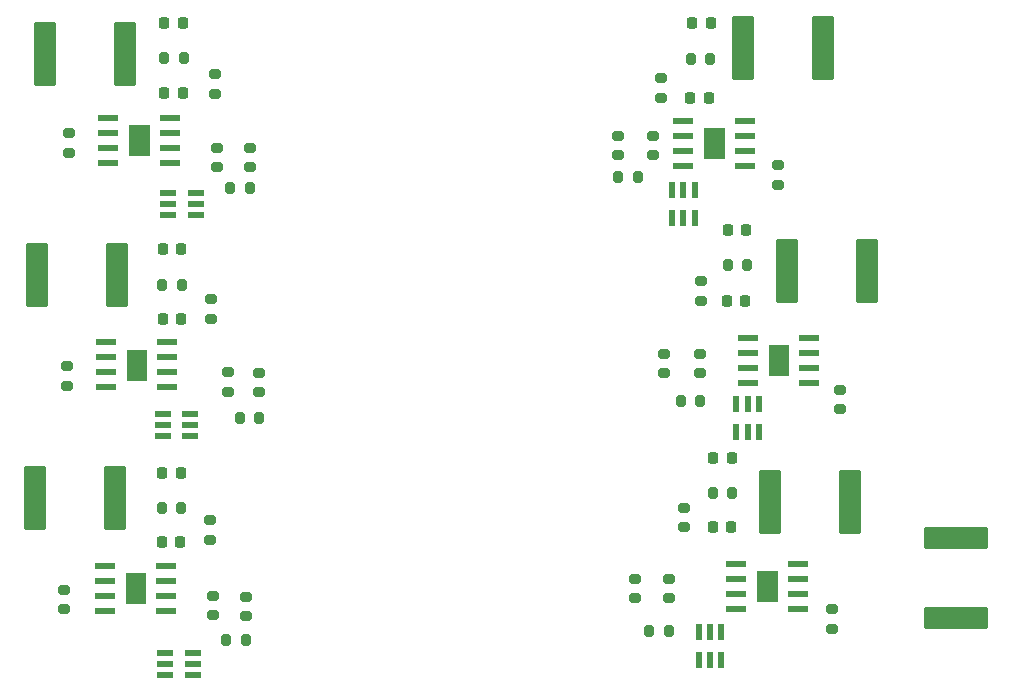
<source format=gbr>
%TF.GenerationSoftware,KiCad,Pcbnew,7.0.1-0*%
%TF.CreationDate,2023-10-23T10:38:47-07:00*%
%TF.ProjectId,MOSFET-board,4d4f5346-4554-42d6-926f-6172642e6b69,rev?*%
%TF.SameCoordinates,Original*%
%TF.FileFunction,Paste,Top*%
%TF.FilePolarity,Positive*%
%FSLAX46Y46*%
G04 Gerber Fmt 4.6, Leading zero omitted, Abs format (unit mm)*
G04 Created by KiCad (PCBNEW 7.0.1-0) date 2023-10-23 10:38:47*
%MOMM*%
%LPD*%
G01*
G04 APERTURE LIST*
G04 Aperture macros list*
%AMRoundRect*
0 Rectangle with rounded corners*
0 $1 Rounding radius*
0 $2 $3 $4 $5 $6 $7 $8 $9 X,Y pos of 4 corners*
0 Add a 4 corners polygon primitive as box body*
4,1,4,$2,$3,$4,$5,$6,$7,$8,$9,$2,$3,0*
0 Add four circle primitives for the rounded corners*
1,1,$1+$1,$2,$3*
1,1,$1+$1,$4,$5*
1,1,$1+$1,$6,$7*
1,1,$1+$1,$8,$9*
0 Add four rect primitives between the rounded corners*
20,1,$1+$1,$2,$3,$4,$5,0*
20,1,$1+$1,$4,$5,$6,$7,0*
20,1,$1+$1,$6,$7,$8,$9,0*
20,1,$1+$1,$8,$9,$2,$3,0*%
G04 Aperture macros list end*
%ADD10C,0.010000*%
%ADD11RoundRect,0.250000X-0.712500X-2.475000X0.712500X-2.475000X0.712500X2.475000X-0.712500X2.475000X0*%
%ADD12RoundRect,0.200000X-0.200000X-0.275000X0.200000X-0.275000X0.200000X0.275000X-0.200000X0.275000X0*%
%ADD13RoundRect,0.200000X0.275000X-0.200000X0.275000X0.200000X-0.275000X0.200000X-0.275000X-0.200000X0*%
%ADD14RoundRect,0.039900X0.800100X0.245100X-0.800100X0.245100X-0.800100X-0.245100X0.800100X-0.245100X0*%
%ADD15RoundRect,0.200000X-0.275000X0.200000X-0.275000X-0.200000X0.275000X-0.200000X0.275000X0.200000X0*%
%ADD16RoundRect,0.218750X-0.218750X-0.256250X0.218750X-0.256250X0.218750X0.256250X-0.218750X0.256250X0*%
%ADD17RoundRect,0.250000X2.475000X-0.712500X2.475000X0.712500X-2.475000X0.712500X-2.475000X-0.712500X0*%
%ADD18RoundRect,0.088500X-0.206500X0.606500X-0.206500X-0.606500X0.206500X-0.606500X0.206500X0.606500X0*%
%ADD19RoundRect,0.200000X0.200000X0.275000X-0.200000X0.275000X-0.200000X-0.275000X0.200000X-0.275000X0*%
%ADD20RoundRect,0.039900X-0.800100X-0.245100X0.800100X-0.245100X0.800100X0.245100X-0.800100X0.245100X0*%
%ADD21RoundRect,0.218750X0.218750X0.256250X-0.218750X0.256250X-0.218750X-0.256250X0.218750X-0.256250X0*%
%ADD22RoundRect,0.088500X-0.606500X-0.206500X0.606500X-0.206500X0.606500X0.206500X-0.606500X0.206500X0*%
%ADD23RoundRect,0.250000X0.712500X2.475000X-0.712500X2.475000X-0.712500X-2.475000X0.712500X-2.475000X0*%
G04 APERTURE END LIST*
%TO.C,U6*%
D10*
X190631000Y-131290000D02*
X188955000Y-131290000D01*
X188955000Y-128760000D01*
X190631000Y-128760000D01*
X190631000Y-131290000D01*
G36*
X190631000Y-131290000D02*
G01*
X188955000Y-131290000D01*
X188955000Y-128760000D01*
X190631000Y-128760000D01*
X190631000Y-131290000D01*
G37*
%TO.C,U1*%
X137155500Y-131460000D02*
X135479500Y-131460000D01*
X135479500Y-128930000D01*
X137155500Y-128930000D01*
X137155500Y-131460000D01*
G36*
X137155500Y-131460000D02*
G01*
X135479500Y-131460000D01*
X135479500Y-128930000D01*
X137155500Y-128930000D01*
X137155500Y-131460000D01*
G37*
%TO.C,U4*%
X191603000Y-112165000D02*
X189927000Y-112165000D01*
X189927000Y-109635000D01*
X191603000Y-109635000D01*
X191603000Y-112165000D01*
G36*
X191603000Y-112165000D02*
G01*
X189927000Y-112165000D01*
X189927000Y-109635000D01*
X191603000Y-109635000D01*
X191603000Y-112165000D01*
G37*
%TO.C,U2*%
X186153000Y-93795000D02*
X184477000Y-93795000D01*
X184477000Y-91265000D01*
X186153000Y-91265000D01*
X186153000Y-93795000D01*
G36*
X186153000Y-93795000D02*
G01*
X184477000Y-93795000D01*
X184477000Y-91265000D01*
X186153000Y-91265000D01*
X186153000Y-93795000D01*
G37*
%TO.C,U3*%
X137248000Y-112565000D02*
X135572000Y-112565000D01*
X135572000Y-110035000D01*
X137248000Y-110035000D01*
X137248000Y-112565000D01*
G36*
X137248000Y-112565000D02*
G01*
X135572000Y-112565000D01*
X135572000Y-110035000D01*
X137248000Y-110035000D01*
X137248000Y-112565000D01*
G37*
%TO.C,U5*%
X137463000Y-93540000D02*
X135787000Y-93540000D01*
X135787000Y-91010000D01*
X137463000Y-91010000D01*
X137463000Y-93540000D01*
G36*
X137463000Y-93540000D02*
G01*
X135787000Y-93540000D01*
X135787000Y-91010000D01*
X137463000Y-91010000D01*
X137463000Y-93540000D01*
G37*
%TD*%
D11*
%TO.C,F7*%
X190062500Y-122875000D03*
X196837500Y-122875000D03*
%TD*%
D12*
%TO.C,R85*%
X144340000Y-96350000D03*
X145990000Y-96350000D03*
%TD*%
D13*
%TO.C,R100*%
X184125000Y-112025000D03*
X184125000Y-110375000D03*
%TD*%
D14*
%TO.C,U6*%
X192408000Y-131930000D03*
X192408000Y-130660000D03*
X192408000Y-129390000D03*
X192408000Y-128120000D03*
X187178000Y-128120000D03*
X187178000Y-129390000D03*
X187178000Y-130660000D03*
X187178000Y-131930000D03*
%TD*%
D15*
%TO.C,R104*%
X130500000Y-111425000D03*
X130500000Y-113075000D03*
%TD*%
%TO.C,R110*%
X195950000Y-113400000D03*
X195950000Y-115050000D03*
%TD*%
%TO.C,R33*%
X180800000Y-87025000D03*
X180800000Y-88675000D03*
%TD*%
D12*
%TO.C,R22*%
X185200000Y-122125000D03*
X186850000Y-122125000D03*
%TD*%
D13*
%TO.C,R75*%
X146040000Y-94550000D03*
X146040000Y-92900000D03*
%TD*%
D16*
%TO.C,D49*%
X183442500Y-82350000D03*
X185017500Y-82350000D03*
%TD*%
%TO.C,D50*%
X186462500Y-99875000D03*
X188037500Y-99875000D03*
%TD*%
D13*
%TO.C,R95*%
X143190000Y-94575000D03*
X143190000Y-92925000D03*
%TD*%
D11*
%TO.C,F10*%
X187737500Y-84500000D03*
X194512500Y-84500000D03*
%TD*%
D17*
%TO.C,F1*%
X205775000Y-132687500D03*
X205775000Y-125912500D03*
%TD*%
D18*
%TO.C,U27*%
X185900000Y-133930000D03*
X184950000Y-133930000D03*
X184000000Y-133930000D03*
X184000000Y-136260000D03*
X184950000Y-136260000D03*
X185900000Y-136260000D03*
%TD*%
D15*
%TO.C,R105*%
X130690000Y-91700000D03*
X130690000Y-93350000D03*
%TD*%
D13*
%TO.C,R94*%
X144150000Y-113575000D03*
X144150000Y-111925000D03*
%TD*%
D19*
%TO.C,R90*%
X184125000Y-114375000D03*
X182475000Y-114375000D03*
%TD*%
D20*
%TO.C,U1*%
X133702500Y-128290000D03*
X133702500Y-129560000D03*
X133702500Y-130830000D03*
X133702500Y-132100000D03*
X138932500Y-132100000D03*
X138932500Y-130830000D03*
X138932500Y-129560000D03*
X138932500Y-128290000D03*
%TD*%
D14*
%TO.C,U4*%
X193380000Y-112805000D03*
X193380000Y-111535000D03*
X193380000Y-110265000D03*
X193380000Y-108995000D03*
X188150000Y-108995000D03*
X188150000Y-110265000D03*
X188150000Y-111535000D03*
X188150000Y-112805000D03*
%TD*%
D12*
%TO.C,R34*%
X183350000Y-85375000D03*
X185000000Y-85375000D03*
%TD*%
D21*
%TO.C,D44*%
X140212500Y-101525000D03*
X138637500Y-101525000D03*
%TD*%
D22*
%TO.C,U26*%
X139100000Y-96740000D03*
X139100000Y-97690000D03*
X139100000Y-98640000D03*
X141430000Y-98640000D03*
X141430000Y-97690000D03*
X141430000Y-96740000D03*
%TD*%
D18*
%TO.C,U30*%
X183650000Y-96490000D03*
X182700000Y-96490000D03*
X181750000Y-96490000D03*
X181750000Y-98820000D03*
X182700000Y-98820000D03*
X183650000Y-98820000D03*
%TD*%
D12*
%TO.C,R84*%
X145125000Y-115775000D03*
X146775000Y-115775000D03*
%TD*%
D15*
%TO.C,R13*%
X142714750Y-105757250D03*
X142714750Y-107407250D03*
%TD*%
D13*
%TO.C,R99*%
X180150000Y-93550000D03*
X180150000Y-91900000D03*
%TD*%
D15*
%TO.C,R21*%
X182775000Y-123400000D03*
X182775000Y-125050000D03*
%TD*%
D19*
%TO.C,R10*%
X140175000Y-123375000D03*
X138525000Y-123375000D03*
%TD*%
D21*
%TO.C,D33*%
X184837500Y-88675000D03*
X183262500Y-88675000D03*
%TD*%
D13*
%TO.C,R80*%
X181025000Y-112025000D03*
X181025000Y-110375000D03*
%TD*%
D14*
%TO.C,U2*%
X187930000Y-94435000D03*
X187930000Y-93165000D03*
X187930000Y-91895000D03*
X187930000Y-90625000D03*
X182700000Y-90625000D03*
X182700000Y-91895000D03*
X182700000Y-93165000D03*
X182700000Y-94435000D03*
%TD*%
D22*
%TO.C,U24*%
X138840000Y-135650000D03*
X138840000Y-136600000D03*
X138840000Y-137550000D03*
X141170000Y-137550000D03*
X141170000Y-136600000D03*
X141170000Y-135650000D03*
%TD*%
D18*
%TO.C,U31*%
X189100000Y-114622500D03*
X188150000Y-114622500D03*
X187200000Y-114622500D03*
X187200000Y-116952500D03*
X188150000Y-116952500D03*
X189100000Y-116952500D03*
%TD*%
D19*
%TO.C,R14*%
X140225000Y-104500000D03*
X138575000Y-104500000D03*
%TD*%
D15*
%TO.C,R9*%
X142622250Y-124461250D03*
X142622250Y-126111250D03*
%TD*%
D21*
%TO.C,D37*%
X187962500Y-105850000D03*
X186387500Y-105850000D03*
%TD*%
D11*
%TO.C,F11*%
X191512500Y-103330000D03*
X198287500Y-103330000D03*
%TD*%
D21*
%TO.C,D43*%
X140137500Y-120475000D03*
X138562500Y-120475000D03*
%TD*%
D15*
%TO.C,R103*%
X130225000Y-130350000D03*
X130225000Y-132000000D03*
%TD*%
D13*
%TO.C,R96*%
X181475000Y-131075000D03*
X181475000Y-129425000D03*
%TD*%
%TO.C,R76*%
X178650000Y-131075000D03*
X178650000Y-129425000D03*
%TD*%
%TO.C,R74*%
X146775000Y-113600000D03*
X146775000Y-111950000D03*
%TD*%
%TO.C,R79*%
X177175000Y-93550000D03*
X177175000Y-91900000D03*
%TD*%
D12*
%TO.C,R38*%
X186450000Y-102825000D03*
X188100000Y-102825000D03*
%TD*%
D15*
%TO.C,R109*%
X190675000Y-94400000D03*
X190675000Y-96050000D03*
%TD*%
%TO.C,R17*%
X143065000Y-86700000D03*
X143065000Y-88350000D03*
%TD*%
D13*
%TO.C,R73*%
X145700000Y-132575000D03*
X145700000Y-130925000D03*
%TD*%
D19*
%TO.C,R89*%
X178825000Y-95425000D03*
X177175000Y-95425000D03*
%TD*%
D16*
%TO.C,D17*%
X138752500Y-88300000D03*
X140327500Y-88300000D03*
%TD*%
D21*
%TO.C,D45*%
X140327500Y-82325000D03*
X138752500Y-82325000D03*
%TD*%
D22*
%TO.C,U25*%
X138640000Y-115460000D03*
X138640000Y-116410000D03*
X138640000Y-117360000D03*
X140970000Y-117360000D03*
X140970000Y-116410000D03*
X140970000Y-115460000D03*
%TD*%
D20*
%TO.C,U3*%
X133795000Y-109395000D03*
X133795000Y-110665000D03*
X133795000Y-111935000D03*
X133795000Y-113205000D03*
X139025000Y-113205000D03*
X139025000Y-111935000D03*
X139025000Y-110665000D03*
X139025000Y-109395000D03*
%TD*%
D23*
%TO.C,F4*%
X134625000Y-122575000D03*
X127850000Y-122575000D03*
%TD*%
D15*
%TO.C,R37*%
X184200000Y-104200000D03*
X184200000Y-105850000D03*
%TD*%
D16*
%TO.C,D13*%
X138625250Y-107407250D03*
X140200250Y-107407250D03*
%TD*%
%TO.C,D46*%
X185250000Y-119175000D03*
X186825000Y-119175000D03*
%TD*%
D23*
%TO.C,F6*%
X135455619Y-84980001D03*
X128680619Y-84980001D03*
%TD*%
D21*
%TO.C,D21*%
X186762500Y-125050000D03*
X185187500Y-125050000D03*
%TD*%
D19*
%TO.C,R18*%
X140415000Y-85350000D03*
X138765000Y-85350000D03*
%TD*%
D20*
%TO.C,U5*%
X134010000Y-90370000D03*
X134010000Y-91640000D03*
X134010000Y-92910000D03*
X134010000Y-94180000D03*
X139240000Y-94180000D03*
X139240000Y-92910000D03*
X139240000Y-91640000D03*
X139240000Y-90370000D03*
%TD*%
D19*
%TO.C,R86*%
X181450000Y-133825000D03*
X179800000Y-133825000D03*
%TD*%
D15*
%TO.C,R106*%
X195300000Y-131975000D03*
X195300000Y-133625000D03*
%TD*%
D12*
%TO.C,R83*%
X144000000Y-134625000D03*
X145650000Y-134625000D03*
%TD*%
D16*
%TO.C,D9*%
X138532750Y-126302250D03*
X140107750Y-126302250D03*
%TD*%
D23*
%TO.C,F5*%
X134717500Y-103680000D03*
X127942500Y-103680000D03*
%TD*%
D13*
%TO.C,R93*%
X142875000Y-132500000D03*
X142875000Y-130850000D03*
%TD*%
M02*

</source>
